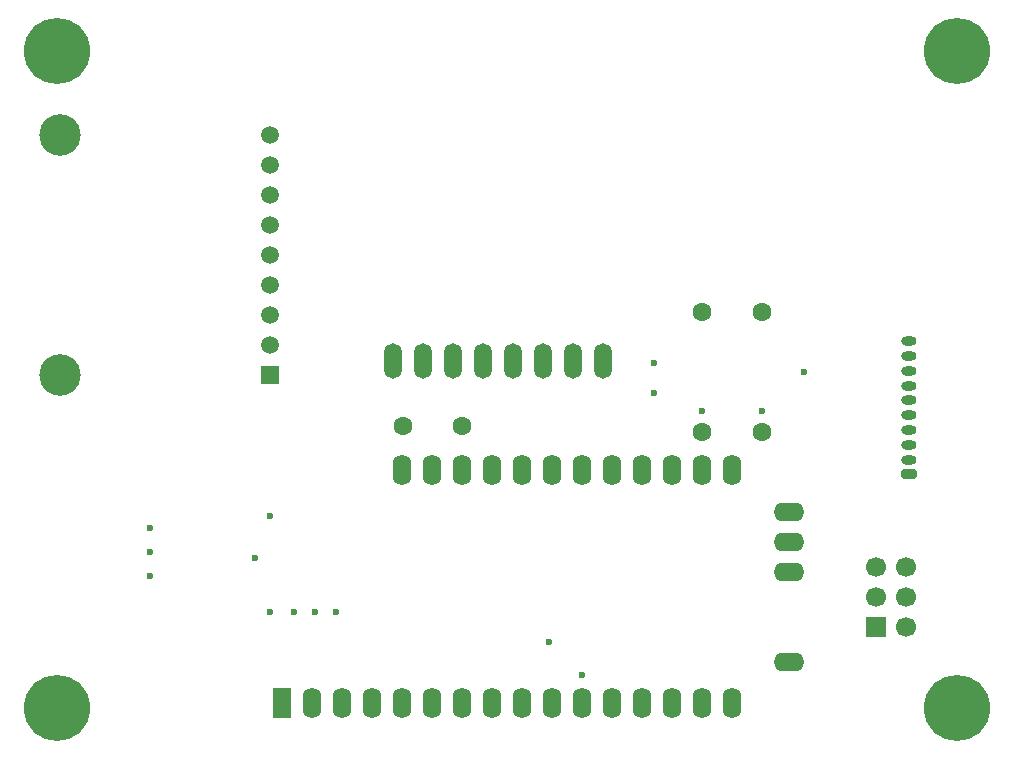
<source format=gbr>
%TF.GenerationSoftware,KiCad,Pcbnew,9.0.4*%
%TF.CreationDate,2025-11-11T21:51:20-08:00*%
%TF.ProjectId,latex-launch-2-pcb,6c617465-782d-46c6-9175-6e63682d322d,rev?*%
%TF.SameCoordinates,Original*%
%TF.FileFunction,Copper,L3,Inr*%
%TF.FilePolarity,Positive*%
%FSLAX46Y46*%
G04 Gerber Fmt 4.6, Leading zero omitted, Abs format (unit mm)*
G04 Created by KiCad (PCBNEW 9.0.4) date 2025-11-11 21:51:20*
%MOMM*%
%LPD*%
G01*
G04 APERTURE LIST*
G04 Aperture macros list*
%AMRoundRect*
0 Rectangle with rounded corners*
0 $1 Rounding radius*
0 $2 $3 $4 $5 $6 $7 $8 $9 X,Y pos of 4 corners*
0 Add a 4 corners polygon primitive as box body*
4,1,4,$2,$3,$4,$5,$6,$7,$8,$9,$2,$3,0*
0 Add four circle primitives for the rounded corners*
1,1,$1+$1,$2,$3*
1,1,$1+$1,$4,$5*
1,1,$1+$1,$6,$7*
1,1,$1+$1,$8,$9*
0 Add four rect primitives between the rounded corners*
20,1,$1+$1,$2,$3,$4,$5,0*
20,1,$1+$1,$4,$5,$6,$7,0*
20,1,$1+$1,$6,$7,$8,$9,0*
20,1,$1+$1,$8,$9,$2,$3,0*%
G04 Aperture macros list end*
%TA.AperFunction,ComponentPad*%
%ADD10C,5.600000*%
%TD*%
%TA.AperFunction,ComponentPad*%
%ADD11O,1.500000X3.000000*%
%TD*%
%TA.AperFunction,ComponentPad*%
%ADD12C,1.600000*%
%TD*%
%TA.AperFunction,ComponentPad*%
%ADD13RoundRect,0.200000X0.450000X-0.200000X0.450000X0.200000X-0.450000X0.200000X-0.450000X-0.200000X0*%
%TD*%
%TA.AperFunction,ComponentPad*%
%ADD14O,1.300000X0.800000*%
%TD*%
%TA.AperFunction,ComponentPad*%
%ADD15RoundRect,0.250000X0.550000X-1.050000X0.550000X1.050000X-0.550000X1.050000X-0.550000X-1.050000X0*%
%TD*%
%TA.AperFunction,ComponentPad*%
%ADD16O,1.600000X2.600000*%
%TD*%
%TA.AperFunction,ComponentPad*%
%ADD17O,2.600000X1.600000*%
%TD*%
%TA.AperFunction,ComponentPad*%
%ADD18R,1.700000X1.700000*%
%TD*%
%TA.AperFunction,ComponentPad*%
%ADD19C,1.700000*%
%TD*%
%TA.AperFunction,ComponentPad*%
%ADD20R,1.508000X1.508000*%
%TD*%
%TA.AperFunction,ComponentPad*%
%ADD21C,1.508000*%
%TD*%
%TA.AperFunction,ComponentPad*%
%ADD22C,3.516000*%
%TD*%
%TA.AperFunction,ViaPad*%
%ADD23C,0.600000*%
%TD*%
G04 APERTURE END LIST*
D10*
%TO.N,N/C*%
%TO.C,H1*%
X114554000Y-73914000D03*
%TD*%
%TO.N,N/C*%
%TO.C,H4*%
X190754000Y-73914000D03*
%TD*%
%TO.N,N/C*%
%TO.C,H3*%
X190754000Y-129540000D03*
%TD*%
%TO.N,N/C*%
%TO.C,H2*%
X114554000Y-129540000D03*
%TD*%
D11*
%TO.N,unconnected-(J6-Pin_8-Pad8)*%
%TO.C,J6*%
X160750000Y-100203000D03*
%TO.N,unconnected-(J6-Pin_7-Pad7)*%
X158210000Y-100203000D03*
%TO.N,unconnected-(J6-Pin_6-Pad6)*%
X155670000Y-100203000D03*
%TO.N,unconnected-(J6-Pin_5-Pad5)*%
X153130000Y-100203000D03*
%TO.N,/I2C_SDA*%
X150590000Y-100203000D03*
%TO.N,/I2C_SCL*%
X148050000Y-100203000D03*
%TO.N,GND*%
X145510000Y-100203000D03*
%TO.N,+BATT*%
X142970000Y-100203000D03*
%TD*%
D12*
%TO.N,+3V3*%
%TO.C,R1*%
X174244000Y-96012000D03*
%TO.N,/I2C_SDA*%
X174244000Y-106172000D03*
%TD*%
D13*
%TO.N,/Rx_RockBLOCK*%
%TO.C,J1*%
X186637000Y-109765000D03*
D14*
%TO.N,unconnected-(J1-Pin_2-Pad2)*%
X186637000Y-108515000D03*
%TO.N,unconnected-(J1-Pin_3-Pad3)*%
X186637000Y-107265000D03*
%TO.N,unconnected-(J1-Pin_4-Pad4)*%
X186637000Y-106015000D03*
%TO.N,unconnected-(J1-Pin_5-Pad5)*%
X186637000Y-104765000D03*
%TO.N,/Tx_RockBLOCK*%
X186637000Y-103515000D03*
%TO.N,unconnected-(J1-Pin_7-Pad7)*%
X186637000Y-102265000D03*
%TO.N,+BATT*%
X186637000Y-101015000D03*
%TO.N,unconnected-(J1-Pin_9-Pad9)*%
X186637000Y-99765000D03*
%TO.N,GND*%
X186637000Y-98515000D03*
%TD*%
D12*
%TO.N,/I2C_SCL*%
%TO.C,R2*%
X169164000Y-106172000D03*
%TO.N,+3V3*%
X169164000Y-96012000D03*
%TD*%
%TO.N,+BATT*%
%TO.C,C1*%
X148804000Y-105664000D03*
%TO.N,GND*%
X143804000Y-105664000D03*
%TD*%
D15*
%TO.N,unconnected-(A1-~{RESET}-Pad1)*%
%TO.C,A1*%
X133604000Y-129132500D03*
D16*
%TO.N,+3V3*%
X136144000Y-129132500D03*
%TO.N,unconnected-(A1-AREF-Pad3)*%
X138684000Y-129132500D03*
%TO.N,GND*%
X141224000Y-129132500D03*
%TO.N,unconnected-(A1-DAC0{slash}A0-Pad5)*%
X143764000Y-129132500D03*
%TO.N,unconnected-(A1-A1-Pad6)*%
X146304000Y-129132500D03*
%TO.N,unconnected-(A1-A2-Pad7)*%
X148844000Y-129132500D03*
%TO.N,unconnected-(A1-A3-Pad8)*%
X151384000Y-129132500D03*
%TO.N,unconnected-(A1-A4-Pad9)*%
X153924000Y-129132500D03*
%TO.N,unconnected-(A1-A5-Pad10)*%
X156464000Y-129132500D03*
%TO.N,/SPI_SCK*%
X159004000Y-129132500D03*
%TO.N,/SPI_MOSI*%
X161544000Y-129132500D03*
%TO.N,/SPI_MISO*%
X164084000Y-129132500D03*
%TO.N,/Rx*%
X166624000Y-129132500D03*
%TO.N,/Tx*%
X169164000Y-129132500D03*
%TO.N,unconnected-(A1-DIO1-Pad16)*%
X171704000Y-129132500D03*
%TO.N,/I2C_SDA*%
X171704000Y-109412500D03*
%TO.N,/I2C_SCL*%
X169164000Y-109412500D03*
%TO.N,/CS_SDCard*%
X166624000Y-109412500D03*
%TO.N,unconnected-(A1-D6-Pad20)*%
X164084000Y-109412500D03*
%TO.N,unconnected-(A1-D9-Pad21)*%
X161544000Y-109412500D03*
%TO.N,unconnected-(A1-D10-Pad22)*%
X159004000Y-109412500D03*
%TO.N,unconnected-(A1-D11-Pad23)*%
X156464000Y-109412500D03*
%TO.N,unconnected-(A1-D12-Pad24)*%
X153924000Y-109412500D03*
%TO.N,unconnected-(A1-D13-Pad25)*%
X151384000Y-109412500D03*
%TO.N,+BATT*%
X148844000Y-109412500D03*
%TO.N,unconnected-(A1-EN-Pad27)*%
X146304000Y-109412500D03*
%TO.N,unconnected-(A1-VBAT-Pad28)*%
X143764000Y-109412500D03*
D17*
%TO.N,unconnected-(A1-ANT-Pad29)*%
X176484000Y-125622500D03*
%TO.N,unconnected-(A1-DIO5-Pad30)*%
X176484000Y-118002500D03*
%TO.N,unconnected-(A1-DIO3-Pad31)*%
X176484000Y-115462500D03*
%TO.N,unconnected-(A1-DIO2-Pad32)*%
X176484000Y-112922500D03*
%TD*%
D18*
%TO.N,unconnected-(J2-Pin_1-Pad1)*%
%TO.C,J2*%
X183896000Y-122682000D03*
D19*
%TO.N,unconnected-(J2-Pin_2-Pad2)*%
X186436000Y-122682000D03*
%TO.N,/Rx*%
X183896000Y-120142000D03*
%TO.N,/Tx*%
X186436000Y-120142000D03*
%TO.N,/Rx_RockBLOCK*%
X183896000Y-117602000D03*
%TO.N,/Tx_RockBLOCK*%
X186436000Y-117602000D03*
%TD*%
D20*
%TO.N,+3V3*%
%TO.C,J5*%
X132588000Y-101346000D03*
D21*
%TO.N,GND*%
X132588000Y-98806000D03*
%TO.N,/SPI_SCK*%
X132588000Y-96266000D03*
%TO.N,/SPI_MISO*%
X132588000Y-93726000D03*
%TO.N,/SPI_MOSI*%
X132588000Y-91186000D03*
%TO.N,/CS_SDCard*%
X132588000Y-88646000D03*
%TO.N,unconnected-(J5-Pin_7-Pad7)*%
X132588000Y-86106000D03*
%TO.N,unconnected-(J5-Pin_8-Pad8)*%
X132588000Y-83566000D03*
%TO.N,unconnected-(J5-Pin_9-Pad9)*%
X132588000Y-81026000D03*
D22*
%TO.N,N/C*%
X114808000Y-101346000D03*
X114808000Y-81026000D03*
%TD*%
D23*
%TO.N,/SPI_MOSI*%
X156210000Y-123952000D03*
X159004000Y-126746000D03*
X138176000Y-121412000D03*
%TO.N,/SPI_MISO*%
X136398000Y-121412000D03*
%TO.N,/SPI_SCK*%
X134620000Y-121412000D03*
%TO.N,/CS_SDCard*%
X131318000Y-116840000D03*
X131318000Y-116840000D03*
%TO.N,/I2C_SCL*%
X165100000Y-102870000D03*
%TO.N,/I2C_SDA*%
X165100000Y-100330000D03*
%TO.N,/I2C_SCL*%
X169164000Y-104394000D03*
%TO.N,/I2C_SDA*%
X174244000Y-104394000D03*
%TO.N,+BATT*%
X177800000Y-101092000D03*
%TO.N,+3V3*%
X132588000Y-113284000D03*
X132588000Y-121412000D03*
%TO.N,/I2C_SCL*%
X122428000Y-116332000D03*
%TO.N,/I2C_SDA*%
X122428000Y-118364000D03*
%TO.N,+BATT*%
X122428000Y-114300000D03*
%TD*%
M02*

</source>
